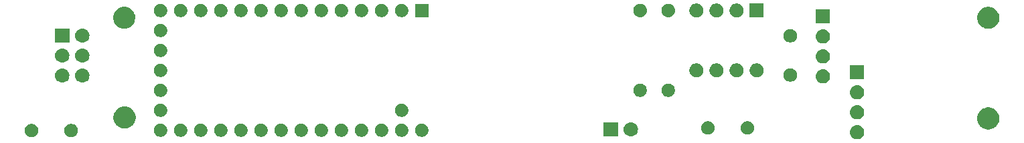
<source format=gbr>
G04 #@! TF.GenerationSoftware,KiCad,Pcbnew,(5.1.4)-1*
G04 #@! TF.CreationDate,2019-09-06T16:55:32+02:00*
G04 #@! TF.ProjectId,DNMS,444e4d53-2e6b-4696-9361-645f70636258,0.9.0*
G04 #@! TF.SameCoordinates,Original*
G04 #@! TF.FileFunction,Soldermask,Top*
G04 #@! TF.FilePolarity,Negative*
%FSLAX46Y46*%
G04 Gerber Fmt 4.6, Leading zero omitted, Abs format (unit mm)*
G04 Created by KiCad (PCBNEW (5.1.4)-1) date 2019-09-06 16:55:32*
%MOMM*%
%LPD*%
G04 APERTURE LIST*
%ADD10C,0.100000*%
G04 APERTURE END LIST*
D10*
G36*
X167396443Y-91407519D02*
G01*
X167462627Y-91414037D01*
X167632466Y-91465557D01*
X167788991Y-91549222D01*
X167799588Y-91557919D01*
X167926186Y-91661814D01*
X168009448Y-91763271D01*
X168038778Y-91799009D01*
X168122443Y-91955534D01*
X168173963Y-92125373D01*
X168191359Y-92302000D01*
X168173963Y-92478627D01*
X168122443Y-92648466D01*
X168038778Y-92804991D01*
X168013360Y-92835963D01*
X167926186Y-92942186D01*
X167824729Y-93025448D01*
X167788991Y-93054778D01*
X167632466Y-93138443D01*
X167462627Y-93189963D01*
X167396443Y-93196481D01*
X167330260Y-93203000D01*
X167241740Y-93203000D01*
X167175558Y-93196482D01*
X167109373Y-93189963D01*
X166939534Y-93138443D01*
X166783009Y-93054778D01*
X166747271Y-93025448D01*
X166645814Y-92942186D01*
X166558640Y-92835963D01*
X166533222Y-92804991D01*
X166449557Y-92648466D01*
X166398037Y-92478627D01*
X166380641Y-92302000D01*
X166398037Y-92125373D01*
X166449557Y-91955534D01*
X166533222Y-91799009D01*
X166562552Y-91763271D01*
X166645814Y-91661814D01*
X166772412Y-91557919D01*
X166783009Y-91549222D01*
X166939534Y-91465557D01*
X167109373Y-91414037D01*
X167175557Y-91407519D01*
X167241740Y-91401000D01*
X167330260Y-91401000D01*
X167396443Y-91407519D01*
X167396443Y-91407519D01*
G37*
G36*
X68164028Y-91282103D02*
G01*
X68318900Y-91346253D01*
X68458281Y-91439385D01*
X68576815Y-91557919D01*
X68669947Y-91697300D01*
X68734097Y-91852172D01*
X68766800Y-92016584D01*
X68766800Y-92184216D01*
X68734097Y-92348628D01*
X68669947Y-92503500D01*
X68576815Y-92642881D01*
X68458281Y-92761415D01*
X68318900Y-92854547D01*
X68164028Y-92918697D01*
X67999616Y-92951400D01*
X67831984Y-92951400D01*
X67667572Y-92918697D01*
X67512700Y-92854547D01*
X67373319Y-92761415D01*
X67254785Y-92642881D01*
X67161653Y-92503500D01*
X67097503Y-92348628D01*
X67064800Y-92184216D01*
X67064800Y-92016584D01*
X67097503Y-91852172D01*
X67161653Y-91697300D01*
X67254785Y-91557919D01*
X67373319Y-91439385D01*
X67512700Y-91346253D01*
X67667572Y-91282103D01*
X67831984Y-91249400D01*
X67999616Y-91249400D01*
X68164028Y-91282103D01*
X68164028Y-91282103D01*
G37*
G36*
X63164028Y-91282103D02*
G01*
X63318900Y-91346253D01*
X63458281Y-91439385D01*
X63576815Y-91557919D01*
X63669947Y-91697300D01*
X63734097Y-91852172D01*
X63766800Y-92016584D01*
X63766800Y-92184216D01*
X63734097Y-92348628D01*
X63669947Y-92503500D01*
X63576815Y-92642881D01*
X63458281Y-92761415D01*
X63318900Y-92854547D01*
X63164028Y-92918697D01*
X62999616Y-92951400D01*
X62831984Y-92951400D01*
X62667572Y-92918697D01*
X62512700Y-92854547D01*
X62373319Y-92761415D01*
X62254785Y-92642881D01*
X62161653Y-92503500D01*
X62097503Y-92348628D01*
X62064800Y-92184216D01*
X62064800Y-92016584D01*
X62097503Y-91852172D01*
X62161653Y-91697300D01*
X62254785Y-91557919D01*
X62373319Y-91439385D01*
X62512700Y-91346253D01*
X62667572Y-91282103D01*
X62831984Y-91249400D01*
X62999616Y-91249400D01*
X63164028Y-91282103D01*
X63164028Y-91282103D01*
G37*
G36*
X89630828Y-91231303D02*
G01*
X89785700Y-91295453D01*
X89925081Y-91388585D01*
X90043615Y-91507119D01*
X90136747Y-91646500D01*
X90200897Y-91801372D01*
X90233600Y-91965784D01*
X90233600Y-92133416D01*
X90200897Y-92297828D01*
X90136747Y-92452700D01*
X90043615Y-92592081D01*
X89925081Y-92710615D01*
X89785700Y-92803747D01*
X89630828Y-92867897D01*
X89466416Y-92900600D01*
X89298784Y-92900600D01*
X89134372Y-92867897D01*
X88979500Y-92803747D01*
X88840119Y-92710615D01*
X88721585Y-92592081D01*
X88628453Y-92452700D01*
X88564303Y-92297828D01*
X88531600Y-92133416D01*
X88531600Y-91965784D01*
X88564303Y-91801372D01*
X88628453Y-91646500D01*
X88721585Y-91507119D01*
X88840119Y-91388585D01*
X88979500Y-91295453D01*
X89134372Y-91231303D01*
X89298784Y-91198600D01*
X89466416Y-91198600D01*
X89630828Y-91231303D01*
X89630828Y-91231303D01*
G37*
G36*
X102330828Y-91231303D02*
G01*
X102485700Y-91295453D01*
X102625081Y-91388585D01*
X102743615Y-91507119D01*
X102836747Y-91646500D01*
X102900897Y-91801372D01*
X102933600Y-91965784D01*
X102933600Y-92133416D01*
X102900897Y-92297828D01*
X102836747Y-92452700D01*
X102743615Y-92592081D01*
X102625081Y-92710615D01*
X102485700Y-92803747D01*
X102330828Y-92867897D01*
X102166416Y-92900600D01*
X101998784Y-92900600D01*
X101834372Y-92867897D01*
X101679500Y-92803747D01*
X101540119Y-92710615D01*
X101421585Y-92592081D01*
X101328453Y-92452700D01*
X101264303Y-92297828D01*
X101231600Y-92133416D01*
X101231600Y-91965784D01*
X101264303Y-91801372D01*
X101328453Y-91646500D01*
X101421585Y-91507119D01*
X101540119Y-91388585D01*
X101679500Y-91295453D01*
X101834372Y-91231303D01*
X101998784Y-91198600D01*
X102166416Y-91198600D01*
X102330828Y-91231303D01*
X102330828Y-91231303D01*
G37*
G36*
X99790828Y-91231303D02*
G01*
X99945700Y-91295453D01*
X100085081Y-91388585D01*
X100203615Y-91507119D01*
X100296747Y-91646500D01*
X100360897Y-91801372D01*
X100393600Y-91965784D01*
X100393600Y-92133416D01*
X100360897Y-92297828D01*
X100296747Y-92452700D01*
X100203615Y-92592081D01*
X100085081Y-92710615D01*
X99945700Y-92803747D01*
X99790828Y-92867897D01*
X99626416Y-92900600D01*
X99458784Y-92900600D01*
X99294372Y-92867897D01*
X99139500Y-92803747D01*
X99000119Y-92710615D01*
X98881585Y-92592081D01*
X98788453Y-92452700D01*
X98724303Y-92297828D01*
X98691600Y-92133416D01*
X98691600Y-91965784D01*
X98724303Y-91801372D01*
X98788453Y-91646500D01*
X98881585Y-91507119D01*
X99000119Y-91388585D01*
X99139500Y-91295453D01*
X99294372Y-91231303D01*
X99458784Y-91198600D01*
X99626416Y-91198600D01*
X99790828Y-91231303D01*
X99790828Y-91231303D01*
G37*
G36*
X97250828Y-91231303D02*
G01*
X97405700Y-91295453D01*
X97545081Y-91388585D01*
X97663615Y-91507119D01*
X97756747Y-91646500D01*
X97820897Y-91801372D01*
X97853600Y-91965784D01*
X97853600Y-92133416D01*
X97820897Y-92297828D01*
X97756747Y-92452700D01*
X97663615Y-92592081D01*
X97545081Y-92710615D01*
X97405700Y-92803747D01*
X97250828Y-92867897D01*
X97086416Y-92900600D01*
X96918784Y-92900600D01*
X96754372Y-92867897D01*
X96599500Y-92803747D01*
X96460119Y-92710615D01*
X96341585Y-92592081D01*
X96248453Y-92452700D01*
X96184303Y-92297828D01*
X96151600Y-92133416D01*
X96151600Y-91965784D01*
X96184303Y-91801372D01*
X96248453Y-91646500D01*
X96341585Y-91507119D01*
X96460119Y-91388585D01*
X96599500Y-91295453D01*
X96754372Y-91231303D01*
X96918784Y-91198600D01*
X97086416Y-91198600D01*
X97250828Y-91231303D01*
X97250828Y-91231303D01*
G37*
G36*
X94710828Y-91231303D02*
G01*
X94865700Y-91295453D01*
X95005081Y-91388585D01*
X95123615Y-91507119D01*
X95216747Y-91646500D01*
X95280897Y-91801372D01*
X95313600Y-91965784D01*
X95313600Y-92133416D01*
X95280897Y-92297828D01*
X95216747Y-92452700D01*
X95123615Y-92592081D01*
X95005081Y-92710615D01*
X94865700Y-92803747D01*
X94710828Y-92867897D01*
X94546416Y-92900600D01*
X94378784Y-92900600D01*
X94214372Y-92867897D01*
X94059500Y-92803747D01*
X93920119Y-92710615D01*
X93801585Y-92592081D01*
X93708453Y-92452700D01*
X93644303Y-92297828D01*
X93611600Y-92133416D01*
X93611600Y-91965784D01*
X93644303Y-91801372D01*
X93708453Y-91646500D01*
X93801585Y-91507119D01*
X93920119Y-91388585D01*
X94059500Y-91295453D01*
X94214372Y-91231303D01*
X94378784Y-91198600D01*
X94546416Y-91198600D01*
X94710828Y-91231303D01*
X94710828Y-91231303D01*
G37*
G36*
X104870828Y-91231303D02*
G01*
X105025700Y-91295453D01*
X105165081Y-91388585D01*
X105283615Y-91507119D01*
X105376747Y-91646500D01*
X105440897Y-91801372D01*
X105473600Y-91965784D01*
X105473600Y-92133416D01*
X105440897Y-92297828D01*
X105376747Y-92452700D01*
X105283615Y-92592081D01*
X105165081Y-92710615D01*
X105025700Y-92803747D01*
X104870828Y-92867897D01*
X104706416Y-92900600D01*
X104538784Y-92900600D01*
X104374372Y-92867897D01*
X104219500Y-92803747D01*
X104080119Y-92710615D01*
X103961585Y-92592081D01*
X103868453Y-92452700D01*
X103804303Y-92297828D01*
X103771600Y-92133416D01*
X103771600Y-91965784D01*
X103804303Y-91801372D01*
X103868453Y-91646500D01*
X103961585Y-91507119D01*
X104080119Y-91388585D01*
X104219500Y-91295453D01*
X104374372Y-91231303D01*
X104538784Y-91198600D01*
X104706416Y-91198600D01*
X104870828Y-91231303D01*
X104870828Y-91231303D01*
G37*
G36*
X87090828Y-91231303D02*
G01*
X87245700Y-91295453D01*
X87385081Y-91388585D01*
X87503615Y-91507119D01*
X87596747Y-91646500D01*
X87660897Y-91801372D01*
X87693600Y-91965784D01*
X87693600Y-92133416D01*
X87660897Y-92297828D01*
X87596747Y-92452700D01*
X87503615Y-92592081D01*
X87385081Y-92710615D01*
X87245700Y-92803747D01*
X87090828Y-92867897D01*
X86926416Y-92900600D01*
X86758784Y-92900600D01*
X86594372Y-92867897D01*
X86439500Y-92803747D01*
X86300119Y-92710615D01*
X86181585Y-92592081D01*
X86088453Y-92452700D01*
X86024303Y-92297828D01*
X85991600Y-92133416D01*
X85991600Y-91965784D01*
X86024303Y-91801372D01*
X86088453Y-91646500D01*
X86181585Y-91507119D01*
X86300119Y-91388585D01*
X86439500Y-91295453D01*
X86594372Y-91231303D01*
X86758784Y-91198600D01*
X86926416Y-91198600D01*
X87090828Y-91231303D01*
X87090828Y-91231303D01*
G37*
G36*
X84550828Y-91231303D02*
G01*
X84705700Y-91295453D01*
X84845081Y-91388585D01*
X84963615Y-91507119D01*
X85056747Y-91646500D01*
X85120897Y-91801372D01*
X85153600Y-91965784D01*
X85153600Y-92133416D01*
X85120897Y-92297828D01*
X85056747Y-92452700D01*
X84963615Y-92592081D01*
X84845081Y-92710615D01*
X84705700Y-92803747D01*
X84550828Y-92867897D01*
X84386416Y-92900600D01*
X84218784Y-92900600D01*
X84054372Y-92867897D01*
X83899500Y-92803747D01*
X83760119Y-92710615D01*
X83641585Y-92592081D01*
X83548453Y-92452700D01*
X83484303Y-92297828D01*
X83451600Y-92133416D01*
X83451600Y-91965784D01*
X83484303Y-91801372D01*
X83548453Y-91646500D01*
X83641585Y-91507119D01*
X83760119Y-91388585D01*
X83899500Y-91295453D01*
X84054372Y-91231303D01*
X84218784Y-91198600D01*
X84386416Y-91198600D01*
X84550828Y-91231303D01*
X84550828Y-91231303D01*
G37*
G36*
X82010828Y-91231303D02*
G01*
X82165700Y-91295453D01*
X82305081Y-91388585D01*
X82423615Y-91507119D01*
X82516747Y-91646500D01*
X82580897Y-91801372D01*
X82613600Y-91965784D01*
X82613600Y-92133416D01*
X82580897Y-92297828D01*
X82516747Y-92452700D01*
X82423615Y-92592081D01*
X82305081Y-92710615D01*
X82165700Y-92803747D01*
X82010828Y-92867897D01*
X81846416Y-92900600D01*
X81678784Y-92900600D01*
X81514372Y-92867897D01*
X81359500Y-92803747D01*
X81220119Y-92710615D01*
X81101585Y-92592081D01*
X81008453Y-92452700D01*
X80944303Y-92297828D01*
X80911600Y-92133416D01*
X80911600Y-91965784D01*
X80944303Y-91801372D01*
X81008453Y-91646500D01*
X81101585Y-91507119D01*
X81220119Y-91388585D01*
X81359500Y-91295453D01*
X81514372Y-91231303D01*
X81678784Y-91198600D01*
X81846416Y-91198600D01*
X82010828Y-91231303D01*
X82010828Y-91231303D01*
G37*
G36*
X79470828Y-91231303D02*
G01*
X79625700Y-91295453D01*
X79765081Y-91388585D01*
X79883615Y-91507119D01*
X79976747Y-91646500D01*
X80040897Y-91801372D01*
X80073600Y-91965784D01*
X80073600Y-92133416D01*
X80040897Y-92297828D01*
X79976747Y-92452700D01*
X79883615Y-92592081D01*
X79765081Y-92710615D01*
X79625700Y-92803747D01*
X79470828Y-92867897D01*
X79306416Y-92900600D01*
X79138784Y-92900600D01*
X78974372Y-92867897D01*
X78819500Y-92803747D01*
X78680119Y-92710615D01*
X78561585Y-92592081D01*
X78468453Y-92452700D01*
X78404303Y-92297828D01*
X78371600Y-92133416D01*
X78371600Y-91965784D01*
X78404303Y-91801372D01*
X78468453Y-91646500D01*
X78561585Y-91507119D01*
X78680119Y-91388585D01*
X78819500Y-91295453D01*
X78974372Y-91231303D01*
X79138784Y-91198600D01*
X79306416Y-91198600D01*
X79470828Y-91231303D01*
X79470828Y-91231303D01*
G37*
G36*
X112490828Y-91231303D02*
G01*
X112645700Y-91295453D01*
X112785081Y-91388585D01*
X112903615Y-91507119D01*
X112996747Y-91646500D01*
X113060897Y-91801372D01*
X113093600Y-91965784D01*
X113093600Y-92133416D01*
X113060897Y-92297828D01*
X112996747Y-92452700D01*
X112903615Y-92592081D01*
X112785081Y-92710615D01*
X112645700Y-92803747D01*
X112490828Y-92867897D01*
X112326416Y-92900600D01*
X112158784Y-92900600D01*
X111994372Y-92867897D01*
X111839500Y-92803747D01*
X111700119Y-92710615D01*
X111581585Y-92592081D01*
X111488453Y-92452700D01*
X111424303Y-92297828D01*
X111391600Y-92133416D01*
X111391600Y-91965784D01*
X111424303Y-91801372D01*
X111488453Y-91646500D01*
X111581585Y-91507119D01*
X111700119Y-91388585D01*
X111839500Y-91295453D01*
X111994372Y-91231303D01*
X112158784Y-91198600D01*
X112326416Y-91198600D01*
X112490828Y-91231303D01*
X112490828Y-91231303D01*
G37*
G36*
X107410828Y-91231303D02*
G01*
X107565700Y-91295453D01*
X107705081Y-91388585D01*
X107823615Y-91507119D01*
X107916747Y-91646500D01*
X107980897Y-91801372D01*
X108013600Y-91965784D01*
X108013600Y-92133416D01*
X107980897Y-92297828D01*
X107916747Y-92452700D01*
X107823615Y-92592081D01*
X107705081Y-92710615D01*
X107565700Y-92803747D01*
X107410828Y-92867897D01*
X107246416Y-92900600D01*
X107078784Y-92900600D01*
X106914372Y-92867897D01*
X106759500Y-92803747D01*
X106620119Y-92710615D01*
X106501585Y-92592081D01*
X106408453Y-92452700D01*
X106344303Y-92297828D01*
X106311600Y-92133416D01*
X106311600Y-91965784D01*
X106344303Y-91801372D01*
X106408453Y-91646500D01*
X106501585Y-91507119D01*
X106620119Y-91388585D01*
X106759500Y-91295453D01*
X106914372Y-91231303D01*
X107078784Y-91198600D01*
X107246416Y-91198600D01*
X107410828Y-91231303D01*
X107410828Y-91231303D01*
G37*
G36*
X109950828Y-91231303D02*
G01*
X110105700Y-91295453D01*
X110245081Y-91388585D01*
X110363615Y-91507119D01*
X110456747Y-91646500D01*
X110520897Y-91801372D01*
X110553600Y-91965784D01*
X110553600Y-92133416D01*
X110520897Y-92297828D01*
X110456747Y-92452700D01*
X110363615Y-92592081D01*
X110245081Y-92710615D01*
X110105700Y-92803747D01*
X109950828Y-92867897D01*
X109786416Y-92900600D01*
X109618784Y-92900600D01*
X109454372Y-92867897D01*
X109299500Y-92803747D01*
X109160119Y-92710615D01*
X109041585Y-92592081D01*
X108948453Y-92452700D01*
X108884303Y-92297828D01*
X108851600Y-92133416D01*
X108851600Y-91965784D01*
X108884303Y-91801372D01*
X108948453Y-91646500D01*
X109041585Y-91507119D01*
X109160119Y-91388585D01*
X109299500Y-91295453D01*
X109454372Y-91231303D01*
X109618784Y-91198600D01*
X109786416Y-91198600D01*
X109950828Y-91231303D01*
X109950828Y-91231303D01*
G37*
G36*
X92170828Y-91231303D02*
G01*
X92325700Y-91295453D01*
X92465081Y-91388585D01*
X92583615Y-91507119D01*
X92676747Y-91646500D01*
X92740897Y-91801372D01*
X92773600Y-91965784D01*
X92773600Y-92133416D01*
X92740897Y-92297828D01*
X92676747Y-92452700D01*
X92583615Y-92592081D01*
X92465081Y-92710615D01*
X92325700Y-92803747D01*
X92170828Y-92867897D01*
X92006416Y-92900600D01*
X91838784Y-92900600D01*
X91674372Y-92867897D01*
X91519500Y-92803747D01*
X91380119Y-92710615D01*
X91261585Y-92592081D01*
X91168453Y-92452700D01*
X91104303Y-92297828D01*
X91071600Y-92133416D01*
X91071600Y-91965784D01*
X91104303Y-91801372D01*
X91168453Y-91646500D01*
X91261585Y-91507119D01*
X91380119Y-91388585D01*
X91519500Y-91295453D01*
X91674372Y-91231303D01*
X91838784Y-91198600D01*
X92006416Y-91198600D01*
X92170828Y-91231303D01*
X92170828Y-91231303D01*
G37*
G36*
X137045000Y-92849000D02*
G01*
X135243000Y-92849000D01*
X135243000Y-91047000D01*
X137045000Y-91047000D01*
X137045000Y-92849000D01*
X137045000Y-92849000D01*
G37*
G36*
X138794442Y-91053518D02*
G01*
X138860627Y-91060037D01*
X139030466Y-91111557D01*
X139186991Y-91195222D01*
X139222729Y-91224552D01*
X139324186Y-91307814D01*
X139407448Y-91409271D01*
X139436778Y-91445009D01*
X139520443Y-91601534D01*
X139571963Y-91771373D01*
X139589359Y-91948000D01*
X139571963Y-92124627D01*
X139520443Y-92294466D01*
X139436778Y-92450991D01*
X139407448Y-92486729D01*
X139324186Y-92588186D01*
X139222729Y-92671448D01*
X139186991Y-92700778D01*
X139030466Y-92784443D01*
X138860627Y-92835963D01*
X138794442Y-92842482D01*
X138728260Y-92849000D01*
X138639740Y-92849000D01*
X138573558Y-92842482D01*
X138507373Y-92835963D01*
X138337534Y-92784443D01*
X138181009Y-92700778D01*
X138145271Y-92671448D01*
X138043814Y-92588186D01*
X137960552Y-92486729D01*
X137931222Y-92450991D01*
X137847557Y-92294466D01*
X137796037Y-92124627D01*
X137778641Y-91948000D01*
X137796037Y-91771373D01*
X137847557Y-91601534D01*
X137931222Y-91445009D01*
X137960552Y-91409271D01*
X138043814Y-91307814D01*
X138145271Y-91224552D01*
X138181009Y-91195222D01*
X138337534Y-91111557D01*
X138507373Y-91060037D01*
X138573558Y-91053518D01*
X138639740Y-91047000D01*
X138728260Y-91047000D01*
X138794442Y-91053518D01*
X138794442Y-91053518D01*
G37*
G36*
X153660428Y-90951903D02*
G01*
X153815300Y-91016053D01*
X153954681Y-91109185D01*
X154073215Y-91227719D01*
X154166347Y-91367100D01*
X154230497Y-91521972D01*
X154263200Y-91686384D01*
X154263200Y-91854016D01*
X154230497Y-92018428D01*
X154166347Y-92173300D01*
X154073215Y-92312681D01*
X153954681Y-92431215D01*
X153815300Y-92524347D01*
X153660428Y-92588497D01*
X153496016Y-92621200D01*
X153328384Y-92621200D01*
X153163972Y-92588497D01*
X153009100Y-92524347D01*
X152869719Y-92431215D01*
X152751185Y-92312681D01*
X152658053Y-92173300D01*
X152593903Y-92018428D01*
X152561200Y-91854016D01*
X152561200Y-91686384D01*
X152593903Y-91521972D01*
X152658053Y-91367100D01*
X152751185Y-91227719D01*
X152869719Y-91109185D01*
X153009100Y-91016053D01*
X153163972Y-90951903D01*
X153328384Y-90919200D01*
X153496016Y-90919200D01*
X153660428Y-90951903D01*
X153660428Y-90951903D01*
G37*
G36*
X148660428Y-90951903D02*
G01*
X148815300Y-91016053D01*
X148954681Y-91109185D01*
X149073215Y-91227719D01*
X149166347Y-91367100D01*
X149230497Y-91521972D01*
X149263200Y-91686384D01*
X149263200Y-91854016D01*
X149230497Y-92018428D01*
X149166347Y-92173300D01*
X149073215Y-92312681D01*
X148954681Y-92431215D01*
X148815300Y-92524347D01*
X148660428Y-92588497D01*
X148496016Y-92621200D01*
X148328384Y-92621200D01*
X148163972Y-92588497D01*
X148009100Y-92524347D01*
X147869719Y-92431215D01*
X147751185Y-92312681D01*
X147658053Y-92173300D01*
X147593903Y-92018428D01*
X147561200Y-91854016D01*
X147561200Y-91686384D01*
X147593903Y-91521972D01*
X147658053Y-91367100D01*
X147751185Y-91227719D01*
X147869719Y-91109185D01*
X148009100Y-91016053D01*
X148163972Y-90951903D01*
X148328384Y-90919200D01*
X148496016Y-90919200D01*
X148660428Y-90951903D01*
X148660428Y-90951903D01*
G37*
G36*
X184183833Y-89187293D02*
G01*
X184274057Y-89205239D01*
X184379667Y-89248985D01*
X184529021Y-89310849D01*
X184529022Y-89310850D01*
X184758486Y-89464172D01*
X184953628Y-89659314D01*
X185019453Y-89757829D01*
X185106951Y-89888779D01*
X185159376Y-90015344D01*
X185212561Y-90143743D01*
X185266400Y-90414414D01*
X185266400Y-90690386D01*
X185212561Y-90961057D01*
X185176962Y-91047000D01*
X185106951Y-91216021D01*
X185084648Y-91249400D01*
X184953628Y-91445486D01*
X184758486Y-91640628D01*
X184673665Y-91697303D01*
X184529021Y-91793951D01*
X184388463Y-91852172D01*
X184274057Y-91899561D01*
X184183833Y-91917507D01*
X184003388Y-91953400D01*
X183727412Y-91953400D01*
X183546967Y-91917507D01*
X183456743Y-91899561D01*
X183342337Y-91852172D01*
X183201779Y-91793951D01*
X183057135Y-91697303D01*
X182972314Y-91640628D01*
X182777172Y-91445486D01*
X182646152Y-91249400D01*
X182623849Y-91216021D01*
X182553838Y-91047000D01*
X182518239Y-90961057D01*
X182464400Y-90690386D01*
X182464400Y-90414414D01*
X182518239Y-90143743D01*
X182571424Y-90015344D01*
X182623849Y-89888779D01*
X182711347Y-89757829D01*
X182777172Y-89659314D01*
X182972314Y-89464172D01*
X183201778Y-89310850D01*
X183201779Y-89310849D01*
X183351133Y-89248985D01*
X183456743Y-89205239D01*
X183546967Y-89187293D01*
X183727412Y-89151400D01*
X184003388Y-89151400D01*
X184183833Y-89187293D01*
X184183833Y-89187293D01*
G37*
G36*
X74994433Y-89058893D02*
G01*
X75084657Y-89076839D01*
X75190267Y-89120585D01*
X75339621Y-89182449D01*
X75415763Y-89233325D01*
X75569086Y-89335772D01*
X75764228Y-89530914D01*
X75805990Y-89593416D01*
X75917551Y-89760379D01*
X75918222Y-89762000D01*
X76023161Y-90015343D01*
X76041107Y-90105567D01*
X76077000Y-90286012D01*
X76077000Y-90561988D01*
X76023161Y-90832656D01*
X75917551Y-91087621D01*
X75917550Y-91087622D01*
X75764228Y-91317086D01*
X75569086Y-91512228D01*
X75435432Y-91601532D01*
X75339621Y-91665551D01*
X75190267Y-91727415D01*
X75084657Y-91771161D01*
X74994433Y-91789107D01*
X74813988Y-91825000D01*
X74538012Y-91825000D01*
X74357567Y-91789107D01*
X74267343Y-91771161D01*
X74161733Y-91727415D01*
X74012379Y-91665551D01*
X73916568Y-91601532D01*
X73782914Y-91512228D01*
X73587772Y-91317086D01*
X73434450Y-91087622D01*
X73434449Y-91087621D01*
X73328839Y-90832656D01*
X73275000Y-90561988D01*
X73275000Y-90286012D01*
X73310893Y-90105567D01*
X73328839Y-90015343D01*
X73433778Y-89762000D01*
X73434449Y-89760379D01*
X73546010Y-89593416D01*
X73587772Y-89530914D01*
X73782914Y-89335772D01*
X73936237Y-89233325D01*
X74012379Y-89182449D01*
X74161733Y-89120585D01*
X74267343Y-89076839D01*
X74357567Y-89058893D01*
X74538012Y-89023000D01*
X74813988Y-89023000D01*
X74994433Y-89058893D01*
X74994433Y-89058893D01*
G37*
G36*
X167396443Y-88867519D02*
G01*
X167462627Y-88874037D01*
X167632466Y-88925557D01*
X167788991Y-89009222D01*
X167805779Y-89023000D01*
X167926186Y-89121814D01*
X167994650Y-89205239D01*
X168038778Y-89259009D01*
X168122443Y-89415534D01*
X168173963Y-89585373D01*
X168191359Y-89762000D01*
X168173963Y-89938627D01*
X168122443Y-90108466D01*
X168038778Y-90264991D01*
X168009448Y-90300729D01*
X167926186Y-90402186D01*
X167824729Y-90485448D01*
X167788991Y-90514778D01*
X167632466Y-90598443D01*
X167462627Y-90649963D01*
X167396443Y-90656481D01*
X167330260Y-90663000D01*
X167241740Y-90663000D01*
X167175557Y-90656481D01*
X167109373Y-90649963D01*
X166939534Y-90598443D01*
X166783009Y-90514778D01*
X166747271Y-90485448D01*
X166645814Y-90402186D01*
X166562552Y-90300729D01*
X166533222Y-90264991D01*
X166449557Y-90108466D01*
X166398037Y-89938627D01*
X166380641Y-89762000D01*
X166398037Y-89585373D01*
X166449557Y-89415534D01*
X166533222Y-89259009D01*
X166577350Y-89205239D01*
X166645814Y-89121814D01*
X166766221Y-89023000D01*
X166783009Y-89009222D01*
X166939534Y-88925557D01*
X167109373Y-88874037D01*
X167175557Y-88867519D01*
X167241740Y-88861000D01*
X167330260Y-88861000D01*
X167396443Y-88867519D01*
X167396443Y-88867519D01*
G37*
G36*
X109950828Y-88691303D02*
G01*
X110105700Y-88755453D01*
X110245081Y-88848585D01*
X110363615Y-88967119D01*
X110456747Y-89106500D01*
X110520897Y-89261372D01*
X110553600Y-89425784D01*
X110553600Y-89593416D01*
X110520897Y-89757828D01*
X110456747Y-89912700D01*
X110363615Y-90052081D01*
X110245081Y-90170615D01*
X110105700Y-90263747D01*
X109950828Y-90327897D01*
X109786416Y-90360600D01*
X109618784Y-90360600D01*
X109454372Y-90327897D01*
X109299500Y-90263747D01*
X109160119Y-90170615D01*
X109041585Y-90052081D01*
X108948453Y-89912700D01*
X108884303Y-89757828D01*
X108851600Y-89593416D01*
X108851600Y-89425784D01*
X108884303Y-89261372D01*
X108948453Y-89106500D01*
X109041585Y-88967119D01*
X109160119Y-88848585D01*
X109299500Y-88755453D01*
X109454372Y-88691303D01*
X109618784Y-88658600D01*
X109786416Y-88658600D01*
X109950828Y-88691303D01*
X109950828Y-88691303D01*
G37*
G36*
X79470828Y-88691303D02*
G01*
X79625700Y-88755453D01*
X79765081Y-88848585D01*
X79883615Y-88967119D01*
X79976747Y-89106500D01*
X80040897Y-89261372D01*
X80073600Y-89425784D01*
X80073600Y-89593416D01*
X80040897Y-89757828D01*
X79976747Y-89912700D01*
X79883615Y-90052081D01*
X79765081Y-90170615D01*
X79625700Y-90263747D01*
X79470828Y-90327897D01*
X79306416Y-90360600D01*
X79138784Y-90360600D01*
X78974372Y-90327897D01*
X78819500Y-90263747D01*
X78680119Y-90170615D01*
X78561585Y-90052081D01*
X78468453Y-89912700D01*
X78404303Y-89757828D01*
X78371600Y-89593416D01*
X78371600Y-89425784D01*
X78404303Y-89261372D01*
X78468453Y-89106500D01*
X78561585Y-88967119D01*
X78680119Y-88848585D01*
X78819500Y-88755453D01*
X78974372Y-88691303D01*
X79138784Y-88658600D01*
X79306416Y-88658600D01*
X79470828Y-88691303D01*
X79470828Y-88691303D01*
G37*
G36*
X167396442Y-86327518D02*
G01*
X167462627Y-86334037D01*
X167632466Y-86385557D01*
X167788991Y-86469222D01*
X167824729Y-86498552D01*
X167926186Y-86581814D01*
X168009448Y-86683271D01*
X168038778Y-86719009D01*
X168122443Y-86875534D01*
X168173963Y-87045373D01*
X168191359Y-87222000D01*
X168173963Y-87398627D01*
X168122443Y-87568466D01*
X168038778Y-87724991D01*
X168009448Y-87760729D01*
X167926186Y-87862186D01*
X167824729Y-87945448D01*
X167788991Y-87974778D01*
X167632466Y-88058443D01*
X167462627Y-88109963D01*
X167396443Y-88116481D01*
X167330260Y-88123000D01*
X167241740Y-88123000D01*
X167175557Y-88116481D01*
X167109373Y-88109963D01*
X166939534Y-88058443D01*
X166783009Y-87974778D01*
X166747271Y-87945448D01*
X166645814Y-87862186D01*
X166562552Y-87760729D01*
X166533222Y-87724991D01*
X166449557Y-87568466D01*
X166398037Y-87398627D01*
X166380641Y-87222000D01*
X166398037Y-87045373D01*
X166449557Y-86875534D01*
X166533222Y-86719009D01*
X166562552Y-86683271D01*
X166645814Y-86581814D01*
X166747271Y-86498552D01*
X166783009Y-86469222D01*
X166939534Y-86385557D01*
X167109373Y-86334037D01*
X167175558Y-86327518D01*
X167241740Y-86321000D01*
X167330260Y-86321000D01*
X167396442Y-86327518D01*
X167396442Y-86327518D01*
G37*
G36*
X79470828Y-86151303D02*
G01*
X79625700Y-86215453D01*
X79765081Y-86308585D01*
X79883615Y-86427119D01*
X79976747Y-86566500D01*
X80040897Y-86721372D01*
X80073600Y-86885784D01*
X80073600Y-87053416D01*
X80040897Y-87217828D01*
X79976747Y-87372700D01*
X79883615Y-87512081D01*
X79765081Y-87630615D01*
X79625700Y-87723747D01*
X79470828Y-87787897D01*
X79306416Y-87820600D01*
X79138784Y-87820600D01*
X78974372Y-87787897D01*
X78819500Y-87723747D01*
X78680119Y-87630615D01*
X78561585Y-87512081D01*
X78468453Y-87372700D01*
X78404303Y-87217828D01*
X78371600Y-87053416D01*
X78371600Y-86885784D01*
X78404303Y-86721372D01*
X78468453Y-86566500D01*
X78561585Y-86427119D01*
X78680119Y-86308585D01*
X78819500Y-86215453D01*
X78974372Y-86151303D01*
X79138784Y-86118600D01*
X79306416Y-86118600D01*
X79470828Y-86151303D01*
X79470828Y-86151303D01*
G37*
G36*
X143658228Y-86149703D02*
G01*
X143813100Y-86213853D01*
X143952481Y-86306985D01*
X144071015Y-86425519D01*
X144164147Y-86564900D01*
X144228297Y-86719772D01*
X144261000Y-86884184D01*
X144261000Y-87051816D01*
X144228297Y-87216228D01*
X144164147Y-87371100D01*
X144071015Y-87510481D01*
X143952481Y-87629015D01*
X143813100Y-87722147D01*
X143658228Y-87786297D01*
X143493816Y-87819000D01*
X143326184Y-87819000D01*
X143161772Y-87786297D01*
X143006900Y-87722147D01*
X142867519Y-87629015D01*
X142748985Y-87510481D01*
X142655853Y-87371100D01*
X142591703Y-87216228D01*
X142559000Y-87051816D01*
X142559000Y-86884184D01*
X142591703Y-86719772D01*
X142655853Y-86564900D01*
X142748985Y-86425519D01*
X142867519Y-86306985D01*
X143006900Y-86213853D01*
X143161772Y-86149703D01*
X143326184Y-86117000D01*
X143493816Y-86117000D01*
X143658228Y-86149703D01*
X143658228Y-86149703D01*
G37*
G36*
X140102228Y-86149703D02*
G01*
X140257100Y-86213853D01*
X140396481Y-86306985D01*
X140515015Y-86425519D01*
X140608147Y-86564900D01*
X140672297Y-86719772D01*
X140705000Y-86884184D01*
X140705000Y-87051816D01*
X140672297Y-87216228D01*
X140608147Y-87371100D01*
X140515015Y-87510481D01*
X140396481Y-87629015D01*
X140257100Y-87722147D01*
X140102228Y-87786297D01*
X139937816Y-87819000D01*
X139770184Y-87819000D01*
X139605772Y-87786297D01*
X139450900Y-87722147D01*
X139311519Y-87629015D01*
X139192985Y-87510481D01*
X139099853Y-87371100D01*
X139035703Y-87216228D01*
X139003000Y-87051816D01*
X139003000Y-86884184D01*
X139035703Y-86719772D01*
X139099853Y-86564900D01*
X139192985Y-86425519D01*
X139311519Y-86306985D01*
X139450900Y-86213853D01*
X139605772Y-86149703D01*
X139770184Y-86117000D01*
X139937816Y-86117000D01*
X140102228Y-86149703D01*
X140102228Y-86149703D01*
G37*
G36*
X163078443Y-84295519D02*
G01*
X163144627Y-84302037D01*
X163314466Y-84353557D01*
X163470991Y-84437222D01*
X163506729Y-84466552D01*
X163608186Y-84549814D01*
X163677685Y-84634500D01*
X163720778Y-84687009D01*
X163720779Y-84687011D01*
X163798651Y-84832697D01*
X163804443Y-84843534D01*
X163855963Y-85013373D01*
X163873359Y-85190000D01*
X163855963Y-85366627D01*
X163804443Y-85536466D01*
X163720778Y-85692991D01*
X163716162Y-85698615D01*
X163608186Y-85830186D01*
X163537007Y-85888600D01*
X163470991Y-85942778D01*
X163314466Y-86026443D01*
X163144627Y-86077963D01*
X163078442Y-86084482D01*
X163012260Y-86091000D01*
X162923740Y-86091000D01*
X162857558Y-86084482D01*
X162791373Y-86077963D01*
X162621534Y-86026443D01*
X162465009Y-85942778D01*
X162398993Y-85888600D01*
X162327814Y-85830186D01*
X162219838Y-85698615D01*
X162215222Y-85692991D01*
X162131557Y-85536466D01*
X162080037Y-85366627D01*
X162062641Y-85190000D01*
X162080037Y-85013373D01*
X162131557Y-84843534D01*
X162137350Y-84832697D01*
X162215221Y-84687011D01*
X162215222Y-84687009D01*
X162258315Y-84634500D01*
X162327814Y-84549814D01*
X162429271Y-84466552D01*
X162465009Y-84437222D01*
X162621534Y-84353557D01*
X162791373Y-84302037D01*
X162857557Y-84295519D01*
X162923740Y-84289000D01*
X163012260Y-84289000D01*
X163078443Y-84295519D01*
X163078443Y-84295519D01*
G37*
G36*
X66912442Y-84195518D02*
G01*
X66978627Y-84202037D01*
X67148466Y-84253557D01*
X67304991Y-84337222D01*
X67324895Y-84353557D01*
X67442186Y-84449814D01*
X67524253Y-84549814D01*
X67554778Y-84587009D01*
X67554779Y-84587011D01*
X67608423Y-84687370D01*
X67638443Y-84743534D01*
X67689963Y-84913373D01*
X67707359Y-85090000D01*
X67689963Y-85266627D01*
X67659629Y-85366625D01*
X67638442Y-85436468D01*
X67636180Y-85440700D01*
X67554778Y-85592991D01*
X67525448Y-85628729D01*
X67442186Y-85730186D01*
X67367171Y-85791748D01*
X67304991Y-85842778D01*
X67148466Y-85926443D01*
X66978627Y-85977963D01*
X66912442Y-85984482D01*
X66846260Y-85991000D01*
X66757740Y-85991000D01*
X66691558Y-85984482D01*
X66625373Y-85977963D01*
X66455534Y-85926443D01*
X66299009Y-85842778D01*
X66236829Y-85791748D01*
X66161814Y-85730186D01*
X66078552Y-85628729D01*
X66049222Y-85592991D01*
X65967820Y-85440700D01*
X65965558Y-85436468D01*
X65944371Y-85366625D01*
X65914037Y-85266627D01*
X65896641Y-85090000D01*
X65914037Y-84913373D01*
X65965557Y-84743534D01*
X65995578Y-84687370D01*
X66049221Y-84587011D01*
X66049222Y-84587009D01*
X66079747Y-84549814D01*
X66161814Y-84449814D01*
X66279105Y-84353557D01*
X66299009Y-84337222D01*
X66455534Y-84253557D01*
X66625373Y-84202037D01*
X66691558Y-84195518D01*
X66757740Y-84189000D01*
X66846260Y-84189000D01*
X66912442Y-84195518D01*
X66912442Y-84195518D01*
G37*
G36*
X69452442Y-84195518D02*
G01*
X69518627Y-84202037D01*
X69688466Y-84253557D01*
X69844991Y-84337222D01*
X69864895Y-84353557D01*
X69982186Y-84449814D01*
X70064253Y-84549814D01*
X70094778Y-84587009D01*
X70094779Y-84587011D01*
X70148423Y-84687370D01*
X70178443Y-84743534D01*
X70229963Y-84913373D01*
X70247359Y-85090000D01*
X70229963Y-85266627D01*
X70199629Y-85366625D01*
X70178442Y-85436468D01*
X70176180Y-85440700D01*
X70094778Y-85592991D01*
X70065448Y-85628729D01*
X69982186Y-85730186D01*
X69907171Y-85791748D01*
X69844991Y-85842778D01*
X69688466Y-85926443D01*
X69518627Y-85977963D01*
X69452442Y-85984482D01*
X69386260Y-85991000D01*
X69297740Y-85991000D01*
X69231558Y-85984482D01*
X69165373Y-85977963D01*
X68995534Y-85926443D01*
X68839009Y-85842778D01*
X68776829Y-85791748D01*
X68701814Y-85730186D01*
X68618552Y-85628729D01*
X68589222Y-85592991D01*
X68507820Y-85440700D01*
X68505558Y-85436468D01*
X68484371Y-85366625D01*
X68454037Y-85266627D01*
X68436641Y-85090000D01*
X68454037Y-84913373D01*
X68505557Y-84743534D01*
X68535578Y-84687370D01*
X68589221Y-84587011D01*
X68589222Y-84587009D01*
X68619747Y-84549814D01*
X68701814Y-84449814D01*
X68819105Y-84353557D01*
X68839009Y-84337222D01*
X68995534Y-84253557D01*
X69165373Y-84202037D01*
X69231558Y-84195518D01*
X69297740Y-84189000D01*
X69386260Y-84189000D01*
X69452442Y-84195518D01*
X69452442Y-84195518D01*
G37*
G36*
X159076028Y-84219303D02*
G01*
X159230900Y-84283453D01*
X159370281Y-84376585D01*
X159488815Y-84495119D01*
X159581947Y-84634500D01*
X159646097Y-84789372D01*
X159678800Y-84953784D01*
X159678800Y-85121416D01*
X159646097Y-85285828D01*
X159581947Y-85440700D01*
X159488815Y-85580081D01*
X159370281Y-85698615D01*
X159230900Y-85791747D01*
X159076028Y-85855897D01*
X158911616Y-85888600D01*
X158743984Y-85888600D01*
X158579572Y-85855897D01*
X158424700Y-85791747D01*
X158285319Y-85698615D01*
X158166785Y-85580081D01*
X158073653Y-85440700D01*
X158009503Y-85285828D01*
X157976800Y-85121416D01*
X157976800Y-84953784D01*
X158009503Y-84789372D01*
X158073653Y-84634500D01*
X158166785Y-84495119D01*
X158285319Y-84376585D01*
X158424700Y-84283453D01*
X158579572Y-84219303D01*
X158743984Y-84186600D01*
X158911616Y-84186600D01*
X159076028Y-84219303D01*
X159076028Y-84219303D01*
G37*
G36*
X168187000Y-85583000D02*
G01*
X166385000Y-85583000D01*
X166385000Y-83781000D01*
X168187000Y-83781000D01*
X168187000Y-85583000D01*
X168187000Y-85583000D01*
G37*
G36*
X152305369Y-83572971D02*
G01*
X152467195Y-83640002D01*
X152612829Y-83737311D01*
X152736689Y-83861171D01*
X152833998Y-84006805D01*
X152901029Y-84168631D01*
X152935200Y-84340420D01*
X152935200Y-84515580D01*
X152901029Y-84687369D01*
X152833998Y-84849195D01*
X152736689Y-84994829D01*
X152612829Y-85118689D01*
X152467195Y-85215998D01*
X152305369Y-85283029D01*
X152133580Y-85317200D01*
X151958420Y-85317200D01*
X151786631Y-85283029D01*
X151624805Y-85215998D01*
X151479171Y-85118689D01*
X151355311Y-84994829D01*
X151258002Y-84849195D01*
X151190971Y-84687369D01*
X151156800Y-84515580D01*
X151156800Y-84340420D01*
X151190971Y-84168631D01*
X151258002Y-84006805D01*
X151355311Y-83861171D01*
X151479171Y-83737311D01*
X151624805Y-83640002D01*
X151786631Y-83572971D01*
X151958420Y-83538800D01*
X152133580Y-83538800D01*
X152305369Y-83572971D01*
X152305369Y-83572971D01*
G37*
G36*
X149765369Y-83572971D02*
G01*
X149927195Y-83640002D01*
X150072829Y-83737311D01*
X150196689Y-83861171D01*
X150293998Y-84006805D01*
X150361029Y-84168631D01*
X150395200Y-84340420D01*
X150395200Y-84515580D01*
X150361029Y-84687369D01*
X150293998Y-84849195D01*
X150196689Y-84994829D01*
X150072829Y-85118689D01*
X149927195Y-85215998D01*
X149765369Y-85283029D01*
X149593580Y-85317200D01*
X149418420Y-85317200D01*
X149246631Y-85283029D01*
X149084805Y-85215998D01*
X148939171Y-85118689D01*
X148815311Y-84994829D01*
X148718002Y-84849195D01*
X148650971Y-84687369D01*
X148616800Y-84515580D01*
X148616800Y-84340420D01*
X148650971Y-84168631D01*
X148718002Y-84006805D01*
X148815311Y-83861171D01*
X148939171Y-83737311D01*
X149084805Y-83640002D01*
X149246631Y-83572971D01*
X149418420Y-83538800D01*
X149593580Y-83538800D01*
X149765369Y-83572971D01*
X149765369Y-83572971D01*
G37*
G36*
X154845369Y-83572971D02*
G01*
X155007195Y-83640002D01*
X155152829Y-83737311D01*
X155276689Y-83861171D01*
X155373998Y-84006805D01*
X155441029Y-84168631D01*
X155475200Y-84340420D01*
X155475200Y-84515580D01*
X155441029Y-84687369D01*
X155373998Y-84849195D01*
X155276689Y-84994829D01*
X155152829Y-85118689D01*
X155007195Y-85215998D01*
X154845369Y-85283029D01*
X154673580Y-85317200D01*
X154498420Y-85317200D01*
X154326631Y-85283029D01*
X154164805Y-85215998D01*
X154019171Y-85118689D01*
X153895311Y-84994829D01*
X153798002Y-84849195D01*
X153730971Y-84687369D01*
X153696800Y-84515580D01*
X153696800Y-84340420D01*
X153730971Y-84168631D01*
X153798002Y-84006805D01*
X153895311Y-83861171D01*
X154019171Y-83737311D01*
X154164805Y-83640002D01*
X154326631Y-83572971D01*
X154498420Y-83538800D01*
X154673580Y-83538800D01*
X154845369Y-83572971D01*
X154845369Y-83572971D01*
G37*
G36*
X147225369Y-83572971D02*
G01*
X147387195Y-83640002D01*
X147532829Y-83737311D01*
X147656689Y-83861171D01*
X147753998Y-84006805D01*
X147821029Y-84168631D01*
X147855200Y-84340420D01*
X147855200Y-84515580D01*
X147821029Y-84687369D01*
X147753998Y-84849195D01*
X147656689Y-84994829D01*
X147532829Y-85118689D01*
X147387195Y-85215998D01*
X147225369Y-85283029D01*
X147053580Y-85317200D01*
X146878420Y-85317200D01*
X146706631Y-85283029D01*
X146544805Y-85215998D01*
X146399171Y-85118689D01*
X146275311Y-84994829D01*
X146178002Y-84849195D01*
X146110971Y-84687369D01*
X146076800Y-84515580D01*
X146076800Y-84340420D01*
X146110971Y-84168631D01*
X146178002Y-84006805D01*
X146275311Y-83861171D01*
X146399171Y-83737311D01*
X146544805Y-83640002D01*
X146706631Y-83572971D01*
X146878420Y-83538800D01*
X147053580Y-83538800D01*
X147225369Y-83572971D01*
X147225369Y-83572971D01*
G37*
G36*
X79470828Y-83611303D02*
G01*
X79625700Y-83675453D01*
X79765081Y-83768585D01*
X79883615Y-83887119D01*
X79976747Y-84026500D01*
X80040897Y-84181372D01*
X80073600Y-84345784D01*
X80073600Y-84513416D01*
X80040897Y-84677828D01*
X79976747Y-84832700D01*
X79883615Y-84972081D01*
X79765081Y-85090615D01*
X79625700Y-85183747D01*
X79470828Y-85247897D01*
X79306416Y-85280600D01*
X79138784Y-85280600D01*
X78974372Y-85247897D01*
X78819500Y-85183747D01*
X78680119Y-85090615D01*
X78561585Y-84972081D01*
X78468453Y-84832700D01*
X78404303Y-84677828D01*
X78371600Y-84513416D01*
X78371600Y-84345784D01*
X78404303Y-84181372D01*
X78468453Y-84026500D01*
X78561585Y-83887119D01*
X78680119Y-83768585D01*
X78819500Y-83675453D01*
X78974372Y-83611303D01*
X79138784Y-83578600D01*
X79306416Y-83578600D01*
X79470828Y-83611303D01*
X79470828Y-83611303D01*
G37*
G36*
X163078442Y-81755518D02*
G01*
X163144627Y-81762037D01*
X163314466Y-81813557D01*
X163470991Y-81897222D01*
X163506729Y-81926552D01*
X163608186Y-82009814D01*
X163691448Y-82111271D01*
X163720778Y-82147009D01*
X163720779Y-82147011D01*
X163798651Y-82292697D01*
X163804443Y-82303534D01*
X163855963Y-82473373D01*
X163873359Y-82650000D01*
X163855963Y-82826627D01*
X163804443Y-82996466D01*
X163720778Y-83152991D01*
X163691448Y-83188729D01*
X163608186Y-83290186D01*
X163506729Y-83373448D01*
X163470991Y-83402778D01*
X163314466Y-83486443D01*
X163144627Y-83537963D01*
X163078443Y-83544481D01*
X163012260Y-83551000D01*
X162923740Y-83551000D01*
X162857557Y-83544481D01*
X162791373Y-83537963D01*
X162621534Y-83486443D01*
X162465009Y-83402778D01*
X162429271Y-83373448D01*
X162327814Y-83290186D01*
X162244552Y-83188729D01*
X162215222Y-83152991D01*
X162131557Y-82996466D01*
X162080037Y-82826627D01*
X162062641Y-82650000D01*
X162080037Y-82473373D01*
X162131557Y-82303534D01*
X162137350Y-82292697D01*
X162215221Y-82147011D01*
X162215222Y-82147009D01*
X162244552Y-82111271D01*
X162327814Y-82009814D01*
X162429271Y-81926552D01*
X162465009Y-81897222D01*
X162621534Y-81813557D01*
X162791373Y-81762037D01*
X162857558Y-81755518D01*
X162923740Y-81749000D01*
X163012260Y-81749000D01*
X163078442Y-81755518D01*
X163078442Y-81755518D01*
G37*
G36*
X66912443Y-81655519D02*
G01*
X66978627Y-81662037D01*
X67148466Y-81713557D01*
X67304991Y-81797222D01*
X67324895Y-81813557D01*
X67442186Y-81909814D01*
X67524253Y-82009814D01*
X67554778Y-82047009D01*
X67638443Y-82203534D01*
X67689963Y-82373373D01*
X67707359Y-82550000D01*
X67689963Y-82726627D01*
X67638443Y-82896466D01*
X67554778Y-83052991D01*
X67525448Y-83088729D01*
X67442186Y-83190186D01*
X67340729Y-83273448D01*
X67304991Y-83302778D01*
X67148466Y-83386443D01*
X66978627Y-83437963D01*
X66912443Y-83444481D01*
X66846260Y-83451000D01*
X66757740Y-83451000D01*
X66691557Y-83444481D01*
X66625373Y-83437963D01*
X66455534Y-83386443D01*
X66299009Y-83302778D01*
X66263271Y-83273448D01*
X66161814Y-83190186D01*
X66078552Y-83088729D01*
X66049222Y-83052991D01*
X65965557Y-82896466D01*
X65914037Y-82726627D01*
X65896641Y-82550000D01*
X65914037Y-82373373D01*
X65965557Y-82203534D01*
X66049222Y-82047009D01*
X66079747Y-82009814D01*
X66161814Y-81909814D01*
X66279105Y-81813557D01*
X66299009Y-81797222D01*
X66455534Y-81713557D01*
X66625373Y-81662037D01*
X66691557Y-81655519D01*
X66757740Y-81649000D01*
X66846260Y-81649000D01*
X66912443Y-81655519D01*
X66912443Y-81655519D01*
G37*
G36*
X69452443Y-81655519D02*
G01*
X69518627Y-81662037D01*
X69688466Y-81713557D01*
X69844991Y-81797222D01*
X69864895Y-81813557D01*
X69982186Y-81909814D01*
X70064253Y-82009814D01*
X70094778Y-82047009D01*
X70178443Y-82203534D01*
X70229963Y-82373373D01*
X70247359Y-82550000D01*
X70229963Y-82726627D01*
X70178443Y-82896466D01*
X70094778Y-83052991D01*
X70065448Y-83088729D01*
X69982186Y-83190186D01*
X69880729Y-83273448D01*
X69844991Y-83302778D01*
X69688466Y-83386443D01*
X69518627Y-83437963D01*
X69452443Y-83444481D01*
X69386260Y-83451000D01*
X69297740Y-83451000D01*
X69231557Y-83444481D01*
X69165373Y-83437963D01*
X68995534Y-83386443D01*
X68839009Y-83302778D01*
X68803271Y-83273448D01*
X68701814Y-83190186D01*
X68618552Y-83088729D01*
X68589222Y-83052991D01*
X68505557Y-82896466D01*
X68454037Y-82726627D01*
X68436641Y-82550000D01*
X68454037Y-82373373D01*
X68505557Y-82203534D01*
X68589222Y-82047009D01*
X68619747Y-82009814D01*
X68701814Y-81909814D01*
X68819105Y-81813557D01*
X68839009Y-81797222D01*
X68995534Y-81713557D01*
X69165373Y-81662037D01*
X69231557Y-81655519D01*
X69297740Y-81649000D01*
X69386260Y-81649000D01*
X69452443Y-81655519D01*
X69452443Y-81655519D01*
G37*
G36*
X79470828Y-81071303D02*
G01*
X79625700Y-81135453D01*
X79765081Y-81228585D01*
X79883615Y-81347119D01*
X79976747Y-81486500D01*
X80040897Y-81641372D01*
X80073600Y-81805784D01*
X80073600Y-81973416D01*
X80040897Y-82137828D01*
X79976747Y-82292700D01*
X79883615Y-82432081D01*
X79765081Y-82550615D01*
X79625700Y-82643747D01*
X79470828Y-82707897D01*
X79306416Y-82740600D01*
X79138784Y-82740600D01*
X78974372Y-82707897D01*
X78819500Y-82643747D01*
X78680119Y-82550615D01*
X78561585Y-82432081D01*
X78468453Y-82292700D01*
X78404303Y-82137828D01*
X78371600Y-81973416D01*
X78371600Y-81805784D01*
X78404303Y-81641372D01*
X78468453Y-81486500D01*
X78561585Y-81347119D01*
X78680119Y-81228585D01*
X78819500Y-81135453D01*
X78974372Y-81071303D01*
X79138784Y-81038600D01*
X79306416Y-81038600D01*
X79470828Y-81071303D01*
X79470828Y-81071303D01*
G37*
G36*
X163078443Y-79215519D02*
G01*
X163144627Y-79222037D01*
X163314466Y-79273557D01*
X163470991Y-79357222D01*
X163506729Y-79386552D01*
X163608186Y-79469814D01*
X163691448Y-79571271D01*
X163720778Y-79607009D01*
X163720779Y-79607011D01*
X163798651Y-79752697D01*
X163804443Y-79763534D01*
X163855963Y-79933373D01*
X163873359Y-80110000D01*
X163855963Y-80286627D01*
X163804443Y-80456466D01*
X163720778Y-80612991D01*
X163691448Y-80648729D01*
X163608186Y-80750186D01*
X163506729Y-80833448D01*
X163470991Y-80862778D01*
X163314466Y-80946443D01*
X163144627Y-80997963D01*
X163078443Y-81004481D01*
X163012260Y-81011000D01*
X162923740Y-81011000D01*
X162857557Y-81004481D01*
X162791373Y-80997963D01*
X162621534Y-80946443D01*
X162465009Y-80862778D01*
X162429271Y-80833448D01*
X162327814Y-80750186D01*
X162244552Y-80648729D01*
X162215222Y-80612991D01*
X162131557Y-80456466D01*
X162080037Y-80286627D01*
X162062641Y-80110000D01*
X162080037Y-79933373D01*
X162131557Y-79763534D01*
X162137350Y-79752697D01*
X162215221Y-79607011D01*
X162215222Y-79607009D01*
X162244552Y-79571271D01*
X162327814Y-79469814D01*
X162429271Y-79386552D01*
X162465009Y-79357222D01*
X162621534Y-79273557D01*
X162791373Y-79222037D01*
X162857557Y-79215519D01*
X162923740Y-79209000D01*
X163012260Y-79209000D01*
X163078443Y-79215519D01*
X163078443Y-79215519D01*
G37*
G36*
X67703000Y-80911000D02*
G01*
X65901000Y-80911000D01*
X65901000Y-79109000D01*
X67703000Y-79109000D01*
X67703000Y-80911000D01*
X67703000Y-80911000D01*
G37*
G36*
X69452443Y-79115519D02*
G01*
X69518627Y-79122037D01*
X69688466Y-79173557D01*
X69844991Y-79257222D01*
X69864895Y-79273557D01*
X69982186Y-79369814D01*
X70064253Y-79469814D01*
X70094778Y-79507009D01*
X70094779Y-79507011D01*
X70162926Y-79634503D01*
X70178443Y-79663534D01*
X70229963Y-79833373D01*
X70247359Y-80010000D01*
X70229963Y-80186627D01*
X70178443Y-80356466D01*
X70094778Y-80512991D01*
X70065448Y-80548729D01*
X69982186Y-80650186D01*
X69880729Y-80733448D01*
X69844991Y-80762778D01*
X69688466Y-80846443D01*
X69518627Y-80897963D01*
X69452442Y-80904482D01*
X69386260Y-80911000D01*
X69297740Y-80911000D01*
X69231558Y-80904482D01*
X69165373Y-80897963D01*
X68995534Y-80846443D01*
X68839009Y-80762778D01*
X68803271Y-80733448D01*
X68701814Y-80650186D01*
X68618552Y-80548729D01*
X68589222Y-80512991D01*
X68505557Y-80356466D01*
X68454037Y-80186627D01*
X68436641Y-80010000D01*
X68454037Y-79833373D01*
X68505557Y-79663534D01*
X68521075Y-79634503D01*
X68589221Y-79507011D01*
X68589222Y-79507009D01*
X68619747Y-79469814D01*
X68701814Y-79369814D01*
X68819105Y-79273557D01*
X68839009Y-79257222D01*
X68995534Y-79173557D01*
X69165373Y-79122037D01*
X69231557Y-79115519D01*
X69297740Y-79109000D01*
X69386260Y-79109000D01*
X69452443Y-79115519D01*
X69452443Y-79115519D01*
G37*
G36*
X159076028Y-79219303D02*
G01*
X159230900Y-79283453D01*
X159370281Y-79376585D01*
X159488815Y-79495119D01*
X159581947Y-79634500D01*
X159646097Y-79789372D01*
X159678800Y-79953784D01*
X159678800Y-80121416D01*
X159646097Y-80285828D01*
X159581947Y-80440700D01*
X159488815Y-80580081D01*
X159370281Y-80698615D01*
X159230900Y-80791747D01*
X159076028Y-80855897D01*
X158911616Y-80888600D01*
X158743984Y-80888600D01*
X158579572Y-80855897D01*
X158424700Y-80791747D01*
X158285319Y-80698615D01*
X158166785Y-80580081D01*
X158073653Y-80440700D01*
X158009503Y-80285828D01*
X157976800Y-80121416D01*
X157976800Y-79953784D01*
X158009503Y-79789372D01*
X158073653Y-79634500D01*
X158166785Y-79495119D01*
X158285319Y-79376585D01*
X158424700Y-79283453D01*
X158579572Y-79219303D01*
X158743984Y-79186600D01*
X158911616Y-79186600D01*
X159076028Y-79219303D01*
X159076028Y-79219303D01*
G37*
G36*
X79470828Y-78531303D02*
G01*
X79625700Y-78595453D01*
X79765081Y-78688585D01*
X79883615Y-78807119D01*
X79976747Y-78946500D01*
X80040897Y-79101372D01*
X80073600Y-79265784D01*
X80073600Y-79433416D01*
X80040897Y-79597828D01*
X79976747Y-79752700D01*
X79883615Y-79892081D01*
X79765081Y-80010615D01*
X79625700Y-80103747D01*
X79470828Y-80167897D01*
X79306416Y-80200600D01*
X79138784Y-80200600D01*
X78974372Y-80167897D01*
X78819500Y-80103747D01*
X78680119Y-80010615D01*
X78561585Y-79892081D01*
X78468453Y-79752700D01*
X78404303Y-79597828D01*
X78371600Y-79433416D01*
X78371600Y-79265784D01*
X78404303Y-79101372D01*
X78468453Y-78946500D01*
X78561585Y-78807119D01*
X78680119Y-78688585D01*
X78819500Y-78595453D01*
X78974372Y-78531303D01*
X79138784Y-78498600D01*
X79306416Y-78498600D01*
X79470828Y-78531303D01*
X79470828Y-78531303D01*
G37*
G36*
X184134295Y-76376839D02*
G01*
X184274057Y-76404639D01*
X184379667Y-76448385D01*
X184529021Y-76510249D01*
X184529022Y-76510250D01*
X184758486Y-76663572D01*
X184953628Y-76858714D01*
X185031209Y-76974823D01*
X185106951Y-77088179D01*
X185126445Y-77135242D01*
X185212561Y-77343143D01*
X185214339Y-77352081D01*
X185266400Y-77613812D01*
X185266400Y-77889788D01*
X185212561Y-78160456D01*
X185106951Y-78415421D01*
X185106950Y-78415422D01*
X184953628Y-78644886D01*
X184758486Y-78840028D01*
X184605163Y-78942475D01*
X184529021Y-78993351D01*
X184379667Y-79055215D01*
X184274057Y-79098961D01*
X184183833Y-79116907D01*
X184003388Y-79152800D01*
X183727412Y-79152800D01*
X183546967Y-79116907D01*
X183456743Y-79098961D01*
X183351133Y-79055215D01*
X183201779Y-78993351D01*
X183125637Y-78942475D01*
X182972314Y-78840028D01*
X182777172Y-78644886D01*
X182623850Y-78415422D01*
X182623849Y-78415421D01*
X182518239Y-78160456D01*
X182464400Y-77889788D01*
X182464400Y-77613812D01*
X182516461Y-77352081D01*
X182518239Y-77343143D01*
X182604355Y-77135242D01*
X182623849Y-77088179D01*
X182699591Y-76974823D01*
X182777172Y-76858714D01*
X182972314Y-76663572D01*
X183201778Y-76510250D01*
X183201779Y-76510249D01*
X183351133Y-76448385D01*
X183456743Y-76404639D01*
X183596505Y-76376839D01*
X183727412Y-76350800D01*
X184003388Y-76350800D01*
X184134295Y-76376839D01*
X184134295Y-76376839D01*
G37*
G36*
X74961433Y-76358893D02*
G01*
X75051657Y-76376839D01*
X75157267Y-76420585D01*
X75306621Y-76482449D01*
X75348228Y-76510250D01*
X75536086Y-76635772D01*
X75731228Y-76830914D01*
X75774436Y-76895580D01*
X75884551Y-77060379D01*
X75896066Y-77088179D01*
X75990161Y-77315343D01*
X76001993Y-77374829D01*
X76044000Y-77586012D01*
X76044000Y-77861988D01*
X76038470Y-77889788D01*
X75990161Y-78132657D01*
X75946415Y-78238267D01*
X75884551Y-78387621D01*
X75865975Y-78415422D01*
X75731228Y-78617086D01*
X75536086Y-78812228D01*
X75382763Y-78914675D01*
X75306621Y-78965551D01*
X75157267Y-79027415D01*
X75051657Y-79071161D01*
X74961433Y-79089107D01*
X74780988Y-79125000D01*
X74505012Y-79125000D01*
X74324567Y-79089107D01*
X74234343Y-79071161D01*
X74128733Y-79027415D01*
X73979379Y-78965551D01*
X73903237Y-78914675D01*
X73749914Y-78812228D01*
X73554772Y-78617086D01*
X73420025Y-78415422D01*
X73401449Y-78387621D01*
X73339585Y-78238267D01*
X73295839Y-78132657D01*
X73247530Y-77889788D01*
X73242000Y-77861988D01*
X73242000Y-77586012D01*
X73284007Y-77374829D01*
X73295839Y-77315343D01*
X73389934Y-77088179D01*
X73401449Y-77060379D01*
X73511564Y-76895580D01*
X73554772Y-76830914D01*
X73749914Y-76635772D01*
X73937772Y-76510250D01*
X73979379Y-76482449D01*
X74128733Y-76420585D01*
X74234343Y-76376839D01*
X74324567Y-76358893D01*
X74505012Y-76323000D01*
X74780988Y-76323000D01*
X74961433Y-76358893D01*
X74961433Y-76358893D01*
G37*
G36*
X163869000Y-78471000D02*
G01*
X162067000Y-78471000D01*
X162067000Y-76669000D01*
X163869000Y-76669000D01*
X163869000Y-78471000D01*
X163869000Y-78471000D01*
G37*
G36*
X155475200Y-77697200D02*
G01*
X153696800Y-77697200D01*
X153696800Y-75918800D01*
X155475200Y-75918800D01*
X155475200Y-77697200D01*
X155475200Y-77697200D01*
G37*
G36*
X147225369Y-75952971D02*
G01*
X147387195Y-76020002D01*
X147532829Y-76117311D01*
X147656689Y-76241171D01*
X147753998Y-76386805D01*
X147821029Y-76548631D01*
X147855200Y-76720420D01*
X147855200Y-76895580D01*
X147821029Y-77067369D01*
X147753998Y-77229195D01*
X147656689Y-77374829D01*
X147532829Y-77498689D01*
X147387195Y-77595998D01*
X147225369Y-77663029D01*
X147053580Y-77697200D01*
X146878420Y-77697200D01*
X146706631Y-77663029D01*
X146544805Y-77595998D01*
X146399171Y-77498689D01*
X146275311Y-77374829D01*
X146178002Y-77229195D01*
X146110971Y-77067369D01*
X146076800Y-76895580D01*
X146076800Y-76720420D01*
X146110971Y-76548631D01*
X146178002Y-76386805D01*
X146275311Y-76241171D01*
X146399171Y-76117311D01*
X146544805Y-76020002D01*
X146706631Y-75952971D01*
X146878420Y-75918800D01*
X147053580Y-75918800D01*
X147225369Y-75952971D01*
X147225369Y-75952971D01*
G37*
G36*
X152305369Y-75952971D02*
G01*
X152467195Y-76020002D01*
X152612829Y-76117311D01*
X152736689Y-76241171D01*
X152833998Y-76386805D01*
X152901029Y-76548631D01*
X152935200Y-76720420D01*
X152935200Y-76895580D01*
X152901029Y-77067369D01*
X152833998Y-77229195D01*
X152736689Y-77374829D01*
X152612829Y-77498689D01*
X152467195Y-77595998D01*
X152305369Y-77663029D01*
X152133580Y-77697200D01*
X151958420Y-77697200D01*
X151786631Y-77663029D01*
X151624805Y-77595998D01*
X151479171Y-77498689D01*
X151355311Y-77374829D01*
X151258002Y-77229195D01*
X151190971Y-77067369D01*
X151156800Y-76895580D01*
X151156800Y-76720420D01*
X151190971Y-76548631D01*
X151258002Y-76386805D01*
X151355311Y-76241171D01*
X151479171Y-76117311D01*
X151624805Y-76020002D01*
X151786631Y-75952971D01*
X151958420Y-75918800D01*
X152133580Y-75918800D01*
X152305369Y-75952971D01*
X152305369Y-75952971D01*
G37*
G36*
X149765369Y-75952971D02*
G01*
X149927195Y-76020002D01*
X150072829Y-76117311D01*
X150196689Y-76241171D01*
X150293998Y-76386805D01*
X150361029Y-76548631D01*
X150395200Y-76720420D01*
X150395200Y-76895580D01*
X150361029Y-77067369D01*
X150293998Y-77229195D01*
X150196689Y-77374829D01*
X150072829Y-77498689D01*
X149927195Y-77595998D01*
X149765369Y-77663029D01*
X149593580Y-77697200D01*
X149418420Y-77697200D01*
X149246631Y-77663029D01*
X149084805Y-77595998D01*
X148939171Y-77498689D01*
X148815311Y-77374829D01*
X148718002Y-77229195D01*
X148650971Y-77067369D01*
X148616800Y-76895580D01*
X148616800Y-76720420D01*
X148650971Y-76548631D01*
X148718002Y-76386805D01*
X148815311Y-76241171D01*
X148939171Y-76117311D01*
X149084805Y-76020002D01*
X149246631Y-75952971D01*
X149418420Y-75918800D01*
X149593580Y-75918800D01*
X149765369Y-75952971D01*
X149765369Y-75952971D01*
G37*
G36*
X97250828Y-75991303D02*
G01*
X97405700Y-76055453D01*
X97545081Y-76148585D01*
X97663615Y-76267119D01*
X97756747Y-76406500D01*
X97820897Y-76561372D01*
X97853600Y-76725784D01*
X97853600Y-76893416D01*
X97820897Y-77057828D01*
X97756747Y-77212700D01*
X97663615Y-77352081D01*
X97545081Y-77470615D01*
X97405700Y-77563747D01*
X97250828Y-77627897D01*
X97086416Y-77660600D01*
X96918784Y-77660600D01*
X96754372Y-77627897D01*
X96599500Y-77563747D01*
X96460119Y-77470615D01*
X96341585Y-77352081D01*
X96248453Y-77212700D01*
X96184303Y-77057828D01*
X96151600Y-76893416D01*
X96151600Y-76725784D01*
X96184303Y-76561372D01*
X96248453Y-76406500D01*
X96341585Y-76267119D01*
X96460119Y-76148585D01*
X96599500Y-76055453D01*
X96754372Y-75991303D01*
X96918784Y-75958600D01*
X97086416Y-75958600D01*
X97250828Y-75991303D01*
X97250828Y-75991303D01*
G37*
G36*
X79470828Y-75991303D02*
G01*
X79625700Y-76055453D01*
X79765081Y-76148585D01*
X79883615Y-76267119D01*
X79976747Y-76406500D01*
X80040897Y-76561372D01*
X80073600Y-76725784D01*
X80073600Y-76893416D01*
X80040897Y-77057828D01*
X79976747Y-77212700D01*
X79883615Y-77352081D01*
X79765081Y-77470615D01*
X79625700Y-77563747D01*
X79470828Y-77627897D01*
X79306416Y-77660600D01*
X79138784Y-77660600D01*
X78974372Y-77627897D01*
X78819500Y-77563747D01*
X78680119Y-77470615D01*
X78561585Y-77352081D01*
X78468453Y-77212700D01*
X78404303Y-77057828D01*
X78371600Y-76893416D01*
X78371600Y-76725784D01*
X78404303Y-76561372D01*
X78468453Y-76406500D01*
X78561585Y-76267119D01*
X78680119Y-76148585D01*
X78819500Y-76055453D01*
X78974372Y-75991303D01*
X79138784Y-75958600D01*
X79306416Y-75958600D01*
X79470828Y-75991303D01*
X79470828Y-75991303D01*
G37*
G36*
X82010828Y-75991303D02*
G01*
X82165700Y-76055453D01*
X82305081Y-76148585D01*
X82423615Y-76267119D01*
X82516747Y-76406500D01*
X82580897Y-76561372D01*
X82613600Y-76725784D01*
X82613600Y-76893416D01*
X82580897Y-77057828D01*
X82516747Y-77212700D01*
X82423615Y-77352081D01*
X82305081Y-77470615D01*
X82165700Y-77563747D01*
X82010828Y-77627897D01*
X81846416Y-77660600D01*
X81678784Y-77660600D01*
X81514372Y-77627897D01*
X81359500Y-77563747D01*
X81220119Y-77470615D01*
X81101585Y-77352081D01*
X81008453Y-77212700D01*
X80944303Y-77057828D01*
X80911600Y-76893416D01*
X80911600Y-76725784D01*
X80944303Y-76561372D01*
X81008453Y-76406500D01*
X81101585Y-76267119D01*
X81220119Y-76148585D01*
X81359500Y-76055453D01*
X81514372Y-75991303D01*
X81678784Y-75958600D01*
X81846416Y-75958600D01*
X82010828Y-75991303D01*
X82010828Y-75991303D01*
G37*
G36*
X84550828Y-75991303D02*
G01*
X84705700Y-76055453D01*
X84845081Y-76148585D01*
X84963615Y-76267119D01*
X85056747Y-76406500D01*
X85120897Y-76561372D01*
X85153600Y-76725784D01*
X85153600Y-76893416D01*
X85120897Y-77057828D01*
X85056747Y-77212700D01*
X84963615Y-77352081D01*
X84845081Y-77470615D01*
X84705700Y-77563747D01*
X84550828Y-77627897D01*
X84386416Y-77660600D01*
X84218784Y-77660600D01*
X84054372Y-77627897D01*
X83899500Y-77563747D01*
X83760119Y-77470615D01*
X83641585Y-77352081D01*
X83548453Y-77212700D01*
X83484303Y-77057828D01*
X83451600Y-76893416D01*
X83451600Y-76725784D01*
X83484303Y-76561372D01*
X83548453Y-76406500D01*
X83641585Y-76267119D01*
X83760119Y-76148585D01*
X83899500Y-76055453D01*
X84054372Y-75991303D01*
X84218784Y-75958600D01*
X84386416Y-75958600D01*
X84550828Y-75991303D01*
X84550828Y-75991303D01*
G37*
G36*
X87090828Y-75991303D02*
G01*
X87245700Y-76055453D01*
X87385081Y-76148585D01*
X87503615Y-76267119D01*
X87596747Y-76406500D01*
X87660897Y-76561372D01*
X87693600Y-76725784D01*
X87693600Y-76893416D01*
X87660897Y-77057828D01*
X87596747Y-77212700D01*
X87503615Y-77352081D01*
X87385081Y-77470615D01*
X87245700Y-77563747D01*
X87090828Y-77627897D01*
X86926416Y-77660600D01*
X86758784Y-77660600D01*
X86594372Y-77627897D01*
X86439500Y-77563747D01*
X86300119Y-77470615D01*
X86181585Y-77352081D01*
X86088453Y-77212700D01*
X86024303Y-77057828D01*
X85991600Y-76893416D01*
X85991600Y-76725784D01*
X86024303Y-76561372D01*
X86088453Y-76406500D01*
X86181585Y-76267119D01*
X86300119Y-76148585D01*
X86439500Y-76055453D01*
X86594372Y-75991303D01*
X86758784Y-75958600D01*
X86926416Y-75958600D01*
X87090828Y-75991303D01*
X87090828Y-75991303D01*
G37*
G36*
X89630828Y-75991303D02*
G01*
X89785700Y-76055453D01*
X89925081Y-76148585D01*
X90043615Y-76267119D01*
X90136747Y-76406500D01*
X90200897Y-76561372D01*
X90233600Y-76725784D01*
X90233600Y-76893416D01*
X90200897Y-77057828D01*
X90136747Y-77212700D01*
X90043615Y-77352081D01*
X89925081Y-77470615D01*
X89785700Y-77563747D01*
X89630828Y-77627897D01*
X89466416Y-77660600D01*
X89298784Y-77660600D01*
X89134372Y-77627897D01*
X88979500Y-77563747D01*
X88840119Y-77470615D01*
X88721585Y-77352081D01*
X88628453Y-77212700D01*
X88564303Y-77057828D01*
X88531600Y-76893416D01*
X88531600Y-76725784D01*
X88564303Y-76561372D01*
X88628453Y-76406500D01*
X88721585Y-76267119D01*
X88840119Y-76148585D01*
X88979500Y-76055453D01*
X89134372Y-75991303D01*
X89298784Y-75958600D01*
X89466416Y-75958600D01*
X89630828Y-75991303D01*
X89630828Y-75991303D01*
G37*
G36*
X92170828Y-75991303D02*
G01*
X92325700Y-76055453D01*
X92465081Y-76148585D01*
X92583615Y-76267119D01*
X92676747Y-76406500D01*
X92740897Y-76561372D01*
X92773600Y-76725784D01*
X92773600Y-76893416D01*
X92740897Y-77057828D01*
X92676747Y-77212700D01*
X92583615Y-77352081D01*
X92465081Y-77470615D01*
X92325700Y-77563747D01*
X92170828Y-77627897D01*
X92006416Y-77660600D01*
X91838784Y-77660600D01*
X91674372Y-77627897D01*
X91519500Y-77563747D01*
X91380119Y-77470615D01*
X91261585Y-77352081D01*
X91168453Y-77212700D01*
X91104303Y-77057828D01*
X91071600Y-76893416D01*
X91071600Y-76725784D01*
X91104303Y-76561372D01*
X91168453Y-76406500D01*
X91261585Y-76267119D01*
X91380119Y-76148585D01*
X91519500Y-76055453D01*
X91674372Y-75991303D01*
X91838784Y-75958600D01*
X92006416Y-75958600D01*
X92170828Y-75991303D01*
X92170828Y-75991303D01*
G37*
G36*
X99790828Y-75991303D02*
G01*
X99945700Y-76055453D01*
X100085081Y-76148585D01*
X100203615Y-76267119D01*
X100296747Y-76406500D01*
X100360897Y-76561372D01*
X100393600Y-76725784D01*
X100393600Y-76893416D01*
X100360897Y-77057828D01*
X100296747Y-77212700D01*
X100203615Y-77352081D01*
X100085081Y-77470615D01*
X99945700Y-77563747D01*
X99790828Y-77627897D01*
X99626416Y-77660600D01*
X99458784Y-77660600D01*
X99294372Y-77627897D01*
X99139500Y-77563747D01*
X99000119Y-77470615D01*
X98881585Y-77352081D01*
X98788453Y-77212700D01*
X98724303Y-77057828D01*
X98691600Y-76893416D01*
X98691600Y-76725784D01*
X98724303Y-76561372D01*
X98788453Y-76406500D01*
X98881585Y-76267119D01*
X99000119Y-76148585D01*
X99139500Y-76055453D01*
X99294372Y-75991303D01*
X99458784Y-75958600D01*
X99626416Y-75958600D01*
X99790828Y-75991303D01*
X99790828Y-75991303D01*
G37*
G36*
X113093600Y-77660600D02*
G01*
X111391600Y-77660600D01*
X111391600Y-75958600D01*
X113093600Y-75958600D01*
X113093600Y-77660600D01*
X113093600Y-77660600D01*
G37*
G36*
X109950828Y-75991303D02*
G01*
X110105700Y-76055453D01*
X110245081Y-76148585D01*
X110363615Y-76267119D01*
X110456747Y-76406500D01*
X110520897Y-76561372D01*
X110553600Y-76725784D01*
X110553600Y-76893416D01*
X110520897Y-77057828D01*
X110456747Y-77212700D01*
X110363615Y-77352081D01*
X110245081Y-77470615D01*
X110105700Y-77563747D01*
X109950828Y-77627897D01*
X109786416Y-77660600D01*
X109618784Y-77660600D01*
X109454372Y-77627897D01*
X109299500Y-77563747D01*
X109160119Y-77470615D01*
X109041585Y-77352081D01*
X108948453Y-77212700D01*
X108884303Y-77057828D01*
X108851600Y-76893416D01*
X108851600Y-76725784D01*
X108884303Y-76561372D01*
X108948453Y-76406500D01*
X109041585Y-76267119D01*
X109160119Y-76148585D01*
X109299500Y-76055453D01*
X109454372Y-75991303D01*
X109618784Y-75958600D01*
X109786416Y-75958600D01*
X109950828Y-75991303D01*
X109950828Y-75991303D01*
G37*
G36*
X107410828Y-75991303D02*
G01*
X107565700Y-76055453D01*
X107705081Y-76148585D01*
X107823615Y-76267119D01*
X107916747Y-76406500D01*
X107980897Y-76561372D01*
X108013600Y-76725784D01*
X108013600Y-76893416D01*
X107980897Y-77057828D01*
X107916747Y-77212700D01*
X107823615Y-77352081D01*
X107705081Y-77470615D01*
X107565700Y-77563747D01*
X107410828Y-77627897D01*
X107246416Y-77660600D01*
X107078784Y-77660600D01*
X106914372Y-77627897D01*
X106759500Y-77563747D01*
X106620119Y-77470615D01*
X106501585Y-77352081D01*
X106408453Y-77212700D01*
X106344303Y-77057828D01*
X106311600Y-76893416D01*
X106311600Y-76725784D01*
X106344303Y-76561372D01*
X106408453Y-76406500D01*
X106501585Y-76267119D01*
X106620119Y-76148585D01*
X106759500Y-76055453D01*
X106914372Y-75991303D01*
X107078784Y-75958600D01*
X107246416Y-75958600D01*
X107410828Y-75991303D01*
X107410828Y-75991303D01*
G37*
G36*
X104870828Y-75991303D02*
G01*
X105025700Y-76055453D01*
X105165081Y-76148585D01*
X105283615Y-76267119D01*
X105376747Y-76406500D01*
X105440897Y-76561372D01*
X105473600Y-76725784D01*
X105473600Y-76893416D01*
X105440897Y-77057828D01*
X105376747Y-77212700D01*
X105283615Y-77352081D01*
X105165081Y-77470615D01*
X105025700Y-77563747D01*
X104870828Y-77627897D01*
X104706416Y-77660600D01*
X104538784Y-77660600D01*
X104374372Y-77627897D01*
X104219500Y-77563747D01*
X104080119Y-77470615D01*
X103961585Y-77352081D01*
X103868453Y-77212700D01*
X103804303Y-77057828D01*
X103771600Y-76893416D01*
X103771600Y-76725784D01*
X103804303Y-76561372D01*
X103868453Y-76406500D01*
X103961585Y-76267119D01*
X104080119Y-76148585D01*
X104219500Y-76055453D01*
X104374372Y-75991303D01*
X104538784Y-75958600D01*
X104706416Y-75958600D01*
X104870828Y-75991303D01*
X104870828Y-75991303D01*
G37*
G36*
X94710828Y-75991303D02*
G01*
X94865700Y-76055453D01*
X95005081Y-76148585D01*
X95123615Y-76267119D01*
X95216747Y-76406500D01*
X95280897Y-76561372D01*
X95313600Y-76725784D01*
X95313600Y-76893416D01*
X95280897Y-77057828D01*
X95216747Y-77212700D01*
X95123615Y-77352081D01*
X95005081Y-77470615D01*
X94865700Y-77563747D01*
X94710828Y-77627897D01*
X94546416Y-77660600D01*
X94378784Y-77660600D01*
X94214372Y-77627897D01*
X94059500Y-77563747D01*
X93920119Y-77470615D01*
X93801585Y-77352081D01*
X93708453Y-77212700D01*
X93644303Y-77057828D01*
X93611600Y-76893416D01*
X93611600Y-76725784D01*
X93644303Y-76561372D01*
X93708453Y-76406500D01*
X93801585Y-76267119D01*
X93920119Y-76148585D01*
X94059500Y-76055453D01*
X94214372Y-75991303D01*
X94378784Y-75958600D01*
X94546416Y-75958600D01*
X94710828Y-75991303D01*
X94710828Y-75991303D01*
G37*
G36*
X102330828Y-75991303D02*
G01*
X102485700Y-76055453D01*
X102625081Y-76148585D01*
X102743615Y-76267119D01*
X102836747Y-76406500D01*
X102900897Y-76561372D01*
X102933600Y-76725784D01*
X102933600Y-76893416D01*
X102900897Y-77057828D01*
X102836747Y-77212700D01*
X102743615Y-77352081D01*
X102625081Y-77470615D01*
X102485700Y-77563747D01*
X102330828Y-77627897D01*
X102166416Y-77660600D01*
X101998784Y-77660600D01*
X101834372Y-77627897D01*
X101679500Y-77563747D01*
X101540119Y-77470615D01*
X101421585Y-77352081D01*
X101328453Y-77212700D01*
X101264303Y-77057828D01*
X101231600Y-76893416D01*
X101231600Y-76725784D01*
X101264303Y-76561372D01*
X101328453Y-76406500D01*
X101421585Y-76267119D01*
X101540119Y-76148585D01*
X101679500Y-76055453D01*
X101834372Y-75991303D01*
X101998784Y-75958600D01*
X102166416Y-75958600D01*
X102330828Y-75991303D01*
X102330828Y-75991303D01*
G37*
G36*
X140020823Y-75969313D02*
G01*
X140181242Y-76017976D01*
X140251356Y-76055453D01*
X140329078Y-76096996D01*
X140458659Y-76203341D01*
X140565004Y-76332922D01*
X140565005Y-76332924D01*
X140644024Y-76480758D01*
X140692687Y-76641177D01*
X140709117Y-76808000D01*
X140692687Y-76974823D01*
X140644024Y-77135242D01*
X140593805Y-77229195D01*
X140565004Y-77283078D01*
X140458659Y-77412659D01*
X140329078Y-77519004D01*
X140329076Y-77519005D01*
X140181242Y-77598024D01*
X140020823Y-77646687D01*
X139895804Y-77659000D01*
X139812196Y-77659000D01*
X139687177Y-77646687D01*
X139526758Y-77598024D01*
X139378924Y-77519005D01*
X139378922Y-77519004D01*
X139249341Y-77412659D01*
X139142996Y-77283078D01*
X139114195Y-77229195D01*
X139063976Y-77135242D01*
X139015313Y-76974823D01*
X138998883Y-76808000D01*
X139015313Y-76641177D01*
X139063976Y-76480758D01*
X139142995Y-76332924D01*
X139142996Y-76332922D01*
X139249341Y-76203341D01*
X139378922Y-76096996D01*
X139456644Y-76055453D01*
X139526758Y-76017976D01*
X139687177Y-75969313D01*
X139812196Y-75957000D01*
X139895804Y-75957000D01*
X140020823Y-75969313D01*
X140020823Y-75969313D01*
G37*
G36*
X143576823Y-75969313D02*
G01*
X143737242Y-76017976D01*
X143807356Y-76055453D01*
X143885078Y-76096996D01*
X144014659Y-76203341D01*
X144121004Y-76332922D01*
X144121005Y-76332924D01*
X144200024Y-76480758D01*
X144248687Y-76641177D01*
X144265117Y-76808000D01*
X144248687Y-76974823D01*
X144200024Y-77135242D01*
X144149805Y-77229195D01*
X144121004Y-77283078D01*
X144014659Y-77412659D01*
X143885078Y-77519004D01*
X143885076Y-77519005D01*
X143737242Y-77598024D01*
X143576823Y-77646687D01*
X143451804Y-77659000D01*
X143368196Y-77659000D01*
X143243177Y-77646687D01*
X143082758Y-77598024D01*
X142934924Y-77519005D01*
X142934922Y-77519004D01*
X142805341Y-77412659D01*
X142698996Y-77283078D01*
X142670195Y-77229195D01*
X142619976Y-77135242D01*
X142571313Y-76974823D01*
X142554883Y-76808000D01*
X142571313Y-76641177D01*
X142619976Y-76480758D01*
X142698995Y-76332924D01*
X142698996Y-76332922D01*
X142805341Y-76203341D01*
X142934922Y-76096996D01*
X143012644Y-76055453D01*
X143082758Y-76017976D01*
X143243177Y-75969313D01*
X143368196Y-75957000D01*
X143451804Y-75957000D01*
X143576823Y-75969313D01*
X143576823Y-75969313D01*
G37*
M02*

</source>
